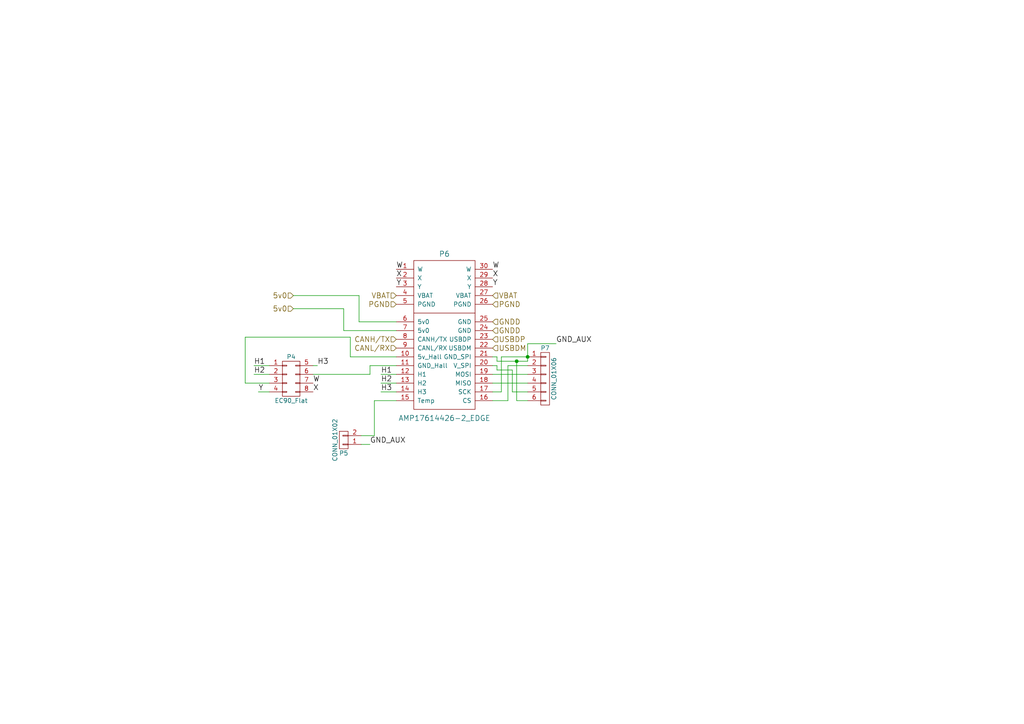
<source format=kicad_sch>
(kicad_sch (version 20230121) (generator eeschema)
  (paper "A4")
  (lib_symbols
    (symbol "VESC_Card_Breakout-rescue:AMP17614426-2_EDGE" (pin_names (offset 1.016))
      (property "Reference" "P" (at 0 11.43 0))
      (property "Value" "AMP17614426-2_EDGE" (at 1.27 -36.83 0))
      (symbol "AMP17614426-2_EDGE_0_1"
        (rectangle (start -7.62 8.89) (end 10.16 -34.29))
        (polyline (pts (xy 10.16 -6.35) (xy -7.62 -6.35)))
      )
      (symbol "AMP17614426-2_EDGE_1_1"
        (pin input line (at -12.7 6.35 0) (length 5.08) (name "W") (number "1"))
        (pin input line (at -12.7 -19.05 0) (length 5.08) (name "5v_Hall") (number "10"))
        (pin input line (at -12.7 -21.59 0) (length 5.08) (name "GND_Hall") (number "11"))
        (pin input line (at -12.7 -24.13 0) (length 5.08) (name "H1") (number "12"))
        (pin input line (at -12.7 -26.67 0) (length 5.08) (name "H2") (number "13"))
        (pin input line (at -12.7 -29.21 0) (length 5.08) (name "H3") (number "14"))
        (pin input line (at -12.7 -31.75 0) (length 5.08) (name "Temp") (number "15"))
        (pin input line (at 15.24 -31.75 180) (length 5.08) (name "CS") (number "16"))
        (pin input line (at 15.24 -29.21 180) (length 5.08) (name "SCK") (number "17"))
        (pin input line (at 15.24 -26.67 180) (length 5.08) (name "MISO") (number "18"))
        (pin input line (at 15.24 -24.13 180) (length 5.08) (name "MOSI") (number "19"))
        (pin input line (at -12.7 3.81 0) (length 5.08) (name "X") (number "2"))
        (pin input line (at 15.24 -21.59 180) (length 5.08) (name "V_SPI") (number "20"))
        (pin input line (at 15.24 -19.05 180) (length 5.08) (name "GND_SPI") (number "21"))
        (pin input line (at 15.24 -16.51 180) (length 5.08) (name "USBDM") (number "22"))
        (pin input line (at 15.24 -13.97 180) (length 5.08) (name "USBDP") (number "23"))
        (pin input line (at 15.24 -11.43 180) (length 5.08) (name "GND") (number "24"))
        (pin input line (at 15.24 -8.89 180) (length 5.08) (name "GND") (number "25"))
        (pin input line (at 15.24 -3.81 180) (length 5.08) (name "PGND") (number "26"))
        (pin input line (at 15.24 -1.27 180) (length 5.08) (name "VBAT") (number "27"))
        (pin input line (at 15.24 1.27 180) (length 5.08) (name "Y") (number "28"))
        (pin input line (at 15.24 3.81 180) (length 5.08) (name "X") (number "29"))
        (pin input line (at -12.7 1.27 0) (length 5.08) (name "Y") (number "3"))
        (pin input line (at 15.24 6.35 180) (length 5.08) (name "W") (number "30"))
        (pin input line (at -12.7 -1.27 0) (length 5.08) (name "VBAT") (number "4"))
        (pin input line (at -12.7 -3.81 0) (length 5.08) (name "PGND") (number "5"))
        (pin input line (at -12.7 -8.89 0) (length 5.08) (name "5v0") (number "6"))
        (pin input line (at -12.7 -11.43 0) (length 5.08) (name "5v0") (number "7"))
        (pin input line (at -12.7 -13.97 0) (length 5.08) (name "CANH/TX") (number "8"))
        (pin input line (at -12.7 -16.51 0) (length 5.08) (name "CANL/RX") (number "9"))
      )
    )
    (symbol "VESC_Card_Breakout-rescue:CONN_01X02" (pin_names (offset 1.016) hide)
      (property "Reference" "P" (at 0 3.81 0))
      (property "Value" "CONN_01X02" (at 2.54 0 90))
      (symbol "CONN_01X02_0_1"
        (rectangle (start -1.27 -1.143) (end 0.254 -1.397))
        (rectangle (start -1.27 1.397) (end 0.254 1.143))
        (rectangle (start -1.27 2.54) (end 1.27 -2.54))
      )
      (symbol "CONN_01X02_1_1"
        (pin passive line (at -5.08 1.27 0) (length 3.81) (name "P1") (number "1"))
        (pin passive line (at -5.08 -1.27 0) (length 3.81) (name "P2") (number "2"))
      )
    )
    (symbol "VESC_Card_Breakout-rescue:CONN_01X06" (pin_names (offset 1.016) hide)
      (property "Reference" "P" (at 0 8.89 0))
      (property "Value" "CONN_01X06" (at 2.54 0 90))
      (symbol "CONN_01X06_0_1"
        (rectangle (start -1.27 -6.223) (end 0.254 -6.477))
        (rectangle (start -1.27 -3.683) (end 0.254 -3.937))
        (rectangle (start -1.27 -1.143) (end 0.254 -1.397))
        (rectangle (start -1.27 1.397) (end 0.254 1.143))
        (rectangle (start -1.27 3.937) (end 0.254 3.683))
        (rectangle (start -1.27 6.477) (end 0.254 6.223))
        (rectangle (start -1.27 7.62) (end 1.27 -7.62))
      )
      (symbol "CONN_01X06_1_1"
        (pin passive line (at -5.08 6.35 0) (length 3.81) (name "P1") (number "1"))
        (pin passive line (at -5.08 3.81 0) (length 3.81) (name "P2") (number "2"))
        (pin passive line (at -5.08 1.27 0) (length 3.81) (name "P3") (number "3"))
        (pin passive line (at -5.08 -1.27 0) (length 3.81) (name "P4") (number "4"))
        (pin passive line (at -5.08 -3.81 0) (length 3.81) (name "P5") (number "5"))
        (pin passive line (at -5.08 -6.35 0) (length 3.81) (name "P6") (number "6"))
      )
    )
    (symbol "VESC_Card_Breakout-rescue:EC90_Flat" (pin_names (offset 0.0254) hide)
      (property "Reference" "P" (at 0 6.35 0))
      (property "Value" "EC90_Flat" (at 0 -6.35 0))
      (symbol "EC90_Flat_0_1"
        (rectangle (start -2.54 -3.683) (end -1.27 -3.937))
        (rectangle (start -2.54 -1.143) (end -1.27 -1.397))
        (rectangle (start -2.54 1.397) (end -1.27 1.143))
        (rectangle (start -2.54 3.937) (end -1.27 3.683))
        (rectangle (start -2.54 5.08) (end 2.54 -5.08))
        (rectangle (start 1.27 -3.683) (end 2.54 -3.937))
        (rectangle (start 1.27 -1.143) (end 2.54 -1.397))
        (rectangle (start 1.27 1.397) (end 2.54 1.143))
        (rectangle (start 1.27 3.937) (end 2.54 3.683))
      )
      (symbol "EC90_Flat_1_1"
        (pin passive line (at -6.35 3.81 0) (length 3.81) (name "P1") (number "1"))
        (pin passive line (at -6.35 1.27 0) (length 3.81) (name "P2") (number "2"))
        (pin passive line (at -6.35 -1.27 0) (length 3.81) (name "P3") (number "3"))
        (pin passive line (at -6.35 -3.81 0) (length 3.81) (name "P4") (number "4"))
        (pin passive line (at 6.35 3.81 180) (length 3.81) (name "P5") (number "5"))
        (pin passive line (at 6.35 1.27 180) (length 3.81) (name "P6") (number "6"))
        (pin passive line (at 6.35 -1.27 180) (length 3.81) (name "P7") (number "7"))
        (pin passive line (at 6.35 -3.81 180) (length 3.81) (name "P8") (number "8"))
      )
    )
  )
  (junction (at 153.035 103.505))
  (junction (at 149.86 104.775))
  (wire (pts (xy 92.075 106.045) (xy 90.805 106.045)))
  (wire (pts (xy 153.035 99.695) (xy 161.29 99.695)))
  (wire (pts (xy 108.585 116.205) (xy 114.935 116.205)))
  (wire (pts (xy 147.32 106.045) (xy 153.035 106.045)))
  (wire (pts (xy 107.315 108.585) (xy 107.315 106.045)))
  (wire (pts (xy 142.875 111.125) (xy 153.035 111.125)))
  (wire (pts (xy 144.145 106.045) (xy 144.145 107.315)))
  (wire (pts (xy 71.12 97.79) (xy 101.6 97.79)))
  (wire (pts (xy 85.09 89.535) (xy 99.695 89.535)))
  (wire (pts (xy 144.145 107.315) (xy 148.59 107.315)))
  (wire (pts (xy 149.86 116.205) (xy 153.035 116.205)))
  (wire (pts (xy 104.14 93.345) (xy 114.935 93.345)))
  (wire (pts (xy 73.66 106.045) (xy 78.105 106.045)))
  (wire (pts (xy 144.145 104.775) (xy 149.86 104.775)))
  (wire (pts (xy 147.32 116.205) (xy 147.32 106.045)))
  (wire (pts (xy 145.415 113.665) (xy 145.415 103.505)))
  (wire (pts (xy 107.315 128.905) (xy 104.775 128.905)))
  (wire (pts (xy 148.59 107.315) (xy 148.59 113.665)))
  (wire (pts (xy 145.415 103.505) (xy 153.035 103.505)))
  (wire (pts (xy 142.875 116.205) (xy 147.32 116.205)))
  (wire (pts (xy 149.86 104.775) (xy 149.86 116.205)))
  (wire (pts (xy 101.6 103.505) (xy 114.935 103.505)))
  (wire (pts (xy 104.14 85.725) (xy 104.14 93.345)))
  (wire (pts (xy 114.935 113.665) (xy 110.49 113.665)))
  (wire (pts (xy 78.105 111.125) (xy 71.12 111.125)))
  (wire (pts (xy 104.775 126.365) (xy 108.585 126.365)))
  (wire (pts (xy 107.315 106.045) (xy 114.935 106.045)))
  (wire (pts (xy 142.875 103.505) (xy 144.145 103.505)))
  (wire (pts (xy 114.935 111.125) (xy 110.49 111.125)))
  (wire (pts (xy 99.695 95.885) (xy 114.935 95.885)))
  (wire (pts (xy 101.6 97.79) (xy 101.6 103.505)))
  (wire (pts (xy 153.035 103.505) (xy 153.035 99.695)))
  (wire (pts (xy 148.59 113.665) (xy 153.035 113.665)))
  (wire (pts (xy 71.12 111.125) (xy 71.12 97.79)))
  (wire (pts (xy 99.695 89.535) (xy 99.695 95.885)))
  (wire (pts (xy 142.875 113.665) (xy 145.415 113.665)))
  (wire (pts (xy 153.035 108.585) (xy 142.875 108.585)))
  (wire (pts (xy 142.875 106.045) (xy 144.145 106.045)))
  (wire (pts (xy 149.86 104.775) (xy 153.035 104.775)))
  (wire (pts (xy 74.93 113.665) (xy 78.105 113.665)))
  (wire (pts (xy 85.09 85.725) (xy 104.14 85.725)))
  (wire (pts (xy 153.035 104.775) (xy 153.035 103.505)))
  (wire (pts (xy 108.585 126.365) (xy 108.585 116.205)))
  (wire (pts (xy 73.66 108.585) (xy 78.105 108.585)))
  (wire (pts (xy 144.145 103.505) (xy 144.145 104.775)))
  (wire (pts (xy 114.935 108.585) (xy 110.49 108.585)))
  (wire (pts (xy 90.805 108.585) (xy 107.315 108.585)))
  (label "H2" (at 110.49 111.125 0) (effects (font (size 1.524 1.524))))
  (label "W" (at 90.805 111.125 0) (effects (font (size 1.524 1.524))))
  (label "Y" (at 74.93 113.665 0) (effects (font (size 1.524 1.524))))
  (label "H3" (at 92.075 106.045 0) (effects (font (size 1.524 1.524))))
  (label "Y" (at 142.875 83.185 0) (effects (font (size 1.524 1.524))))
  (label "H1" (at 73.66 106.045 0) (effects (font (size 1.524 1.524))))
  (label "X" (at 90.805 113.665 0) (effects (font (size 1.524 1.524))))
  (label "GND_AUX" (at 107.315 128.905 0) (effects (font (size 1.524 1.524))))
  (label "H3" (at 110.49 113.665 0) (effects (font (size 1.524 1.524))))
  (label "X" (at 142.875 80.645 0) (effects (font (size 1.524 1.524))))
  (label "X" (at 114.935 80.645 0) (effects (font (size 1.524 1.524))))
  (label "Y" (at 114.935 83.185 0) (effects (font (size 1.524 1.524))))
  (label "W" (at 114.935 78.105 0) (effects (font (size 1.524 1.524))))
  (label "GND_AUX" (at 161.29 99.695 0) (effects (font (size 1.524 1.524))))
  (label "W" (at 142.875 78.105 0) (effects (font (size 1.524 1.524))))
  (label "H2" (at 73.66 108.585 0) (effects (font (size 1.524 1.524))))
  (label "H1" (at 110.49 108.585 0) (effects (font (size 1.524 1.524))))
  (hierarchical_label "CANH/TX" (shape input) (at 114.935 98.425 180) (effects (font (size 1.524 1.524))))
  (hierarchical_label "VBAT" (shape input) (at 114.935 85.725 180) (effects (font (size 1.524 1.524))))
  (hierarchical_label "GNDD" (shape input) (at 142.875 95.885 0) (effects (font (size 1.524 1.524))))
  (hierarchical_label "5v0" (shape input) (at 85.09 89.535 180) (effects (font (size 1.524 1.524))))
  (hierarchical_label "5v0" (shape input) (at 85.09 85.725 180) (effects (font (size 1.524 1.524))))
  (hierarchical_label "VBAT" (shape input) (at 142.875 85.725 0) (effects (font (size 1.524 1.524))))
  (hierarchical_label "USBDP" (shape input) (at 142.875 98.425 0) (effects (font (size 1.524 1.524))))
  (hierarchical_label "GNDD" (shape input) (at 142.875 93.345 0) (effects (font (size 1.524 1.524))))
  (hierarchical_label "CANL/RX" (shape input) (at 114.935 100.965 180) (effects (font (size 1.524 1.524))))
  (hierarchical_label "USBDM" (shape input) (at 142.875 100.965 0) (effects (font (size 1.524 1.524))))
  (hierarchical_label "PGND" (shape input) (at 142.875 88.265 0) (effects (font (size 1.524 1.524))))
  (hierarchical_label "PGND" (shape input) (at 114.935 88.265 180) (effects (font (size 1.524 1.524))))
  (symbol (lib_id "VESC_Card_Breakout-rescue:AMP17614426-2_EDGE") (at 127.635 84.455 0) (unit 1)
    (property "Reference" "P6" (at 128.905 73.66 0) (effects (font (size 1.524 1.524))))
    (property "Value" "AMP17614426-2_EDGE" (at 128.905 121.285 0) (effects (font (size 1.524 1.524))))
    (property "Footprint" "USST-footprints:TE2007088-1_Backplane2" (effects hide))
  )
  (symbol (lib_id "VESC_Card_Breakout-rescue:EC90_Flat") (at 84.455 109.855 0) (unit 1)
    (property "Reference" "P4" (at 84.455 103.505 0))
    (property "Value" "EC90_Flat" (at 84.455 116.205 0))
    (property "Footprint" "USST-footprints:Molex_MiniFit-JR-5569-08A2_2x04x4.20mm_Angled_Overhang" (effects hide))
  )
  (symbol (lib_id "VESC_Card_Breakout-rescue:CONN_01X06") (at 158.115 109.855 0) (unit 1)
    (property "Reference" "P7" (at 158.115 100.965 0))
    (property "Value" "CONN_01X06" (at 160.655 109.855 90))
    (property "Footprint" "Pin_Headers:Pin_Header_Angled_2x03_Pitch2.54mm" (effects hide))
  )
  (symbol (lib_id "VESC_Card_Breakout-rescue:CONN_01X02") (at 99.695 127.635 180) (unit 1)
    (property "Reference" "P5" (at 99.695 131.445 0))
    (property "Value" "CONN_01X02" (at 97.155 127.635 90))
    (property "Footprint" "Pin_Headers:Pin_Header_Straight_2x01_Pitch1.27mm" (effects hide))
  )
)
</source>
